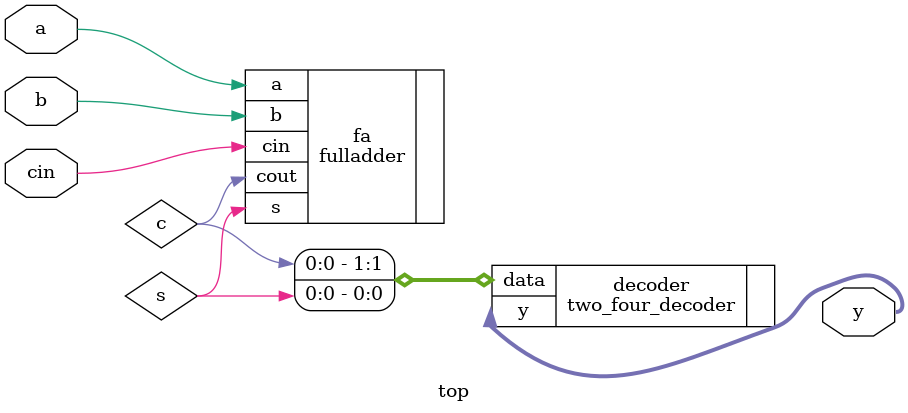
<source format=v>
`timescale 1ns / 1ps
`default_nettype none
module top(
	input  wire a,
	input  wire b,
	input  wire cin,
	output wire [3:0] y
	);

	wire c;
	wire s;
	
	fulladder fa(
		.a (a),
		.b (b),
		.cin (cin),
		.cout (c),
		.s (s)
	);
	
	two_four_decoder decoder(
		.data ({c, s}),
		.y (y)
	);
endmodule

</source>
